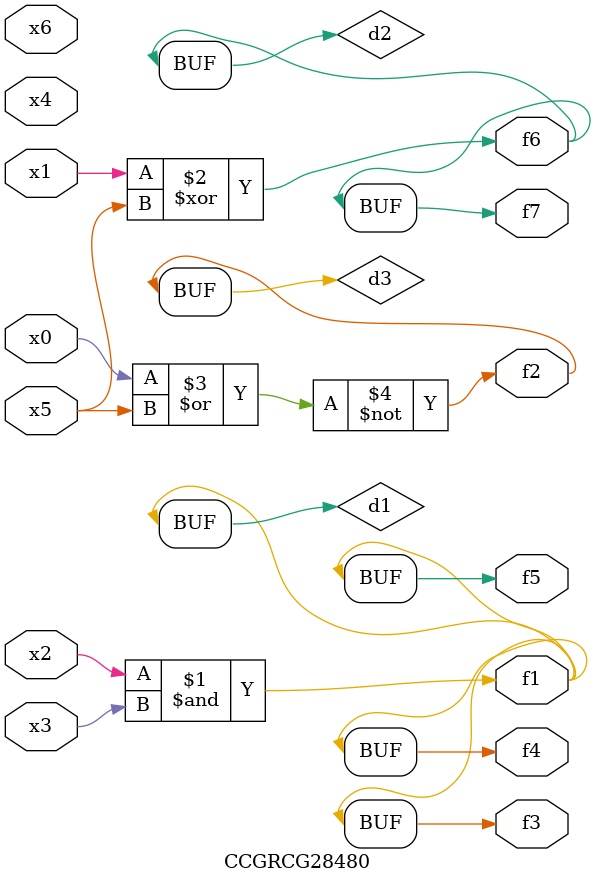
<source format=v>
module CCGRCG28480(
	input x0, x1, x2, x3, x4, x5, x6,
	output f1, f2, f3, f4, f5, f6, f7
);

	wire d1, d2, d3;

	and (d1, x2, x3);
	xor (d2, x1, x5);
	nor (d3, x0, x5);
	assign f1 = d1;
	assign f2 = d3;
	assign f3 = d1;
	assign f4 = d1;
	assign f5 = d1;
	assign f6 = d2;
	assign f7 = d2;
endmodule

</source>
